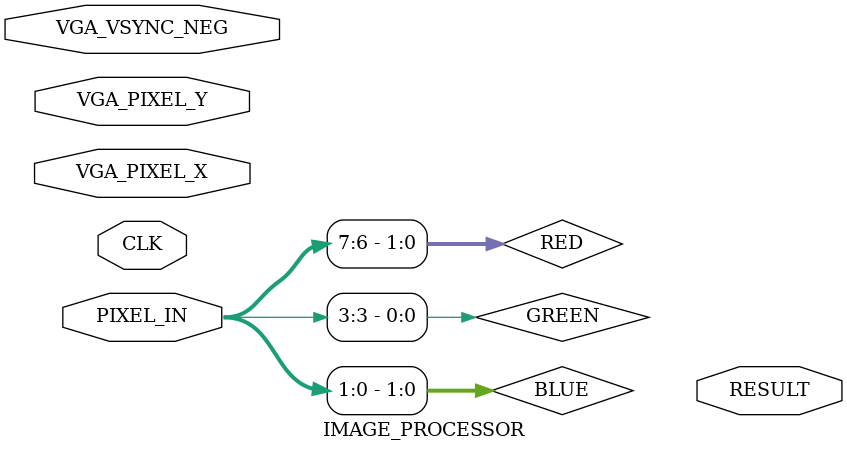
<source format=v>
`define SCREEN_WIDTH 176
`define SCREEN_HEIGHT 144
`define NUM_BARS 3
`define BAR_HEIGHT 48
`define COLOR_THRESHOLD 15000

module IMAGE_PROCESSOR (
	PIXEL_IN,
	CLK,
	VGA_PIXEL_X,
	VGA_PIXEL_Y,
	VGA_VSYNC_NEG,
	RESULT
);


//=======================================================
//  PORT declarations
//=======================================================

input	[7:0]	PIXEL_IN;
input 		CLK;

input [9:0] VGA_PIXEL_X;
input [9:0] VGA_PIXEL_Y;
input		VGA_VSYNC_NEG;

output [7:0] RESULT;

reg[15:0] red_count;
reg[15:0] blue_count;
reg[7:0] RESULT;


wire[1:0] RED;
wire[1:0] BLUE;

assign RED = PIXEL_IN[7:6];
assign GREEN = PIXEL_IN[4:3];
assign BLUE = PIXEL_IN[1:0];


always @(posedge CLK) begin
	if(!VGA_VSYNC_NEG) begin
		if(red_count > blue_count && red_count > COLOR_THRESHOLD) begin
			result[7:6] = 2'b10;
		end
		else if (blue_count > red_count && blue_count > COLOR_THRESHOLD) begin
			result[7:6] = 2'b01;
		end
		else begin
			result[7:6] = 2'b00;
		end
		result[5:0] = 6'b0;
		red_count = 0;
		blue_count = 0;
	end
	else begin
		if (VGA_PIXEL_Y >= 10'b0001000110 && VGA_PIXEL_Y <= 10'b0001001010) begin
			if (RED > BLUE && RED > GREEN) red_count = red_count + 1;
			else if (BLUE > RED && BLUE > GREEN) blue_count = blue_count + 1;
		end
	end
	
end // end alwyas


endmodule
</source>
